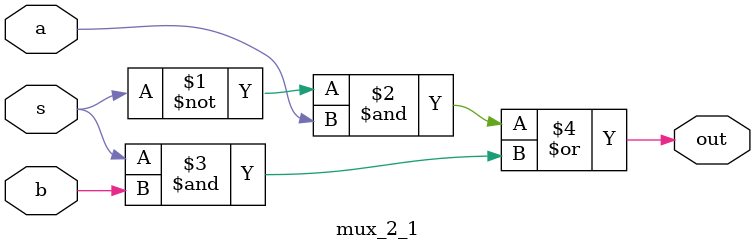
<source format=v>
`timescale 1ns / 1ps
module mux_8x1(
    input [7:0]i,
    input [2:0]s,
    output out
    );
	 wire k1,k2,k0,k4,l0,l1,l2;
	 mux_2_1 inst1(i[0],i[1],s[0],k0);
	 mux_2_1 inst2(i[2],i[3],s[0],k1);
	 mux_2_1 inst3(i[4],i[5],s[0],k2);
	 mux_2_1 inst4(i[6],i[7],s[0],k3);
	 mux_2_1 inst5(k0,k1,s[1],l0);
	 mux_2_1 inst6(k2,k3,s[1],l1);
	 mux_2_1 inst7(l0,l1,s[2],out);

endmodule

module mux_2_1(
    input a,
    input b,
    input s,
    output out
    );
	 assign out = ((~s)&a)|(s&b);
	 

endmodule

</source>
